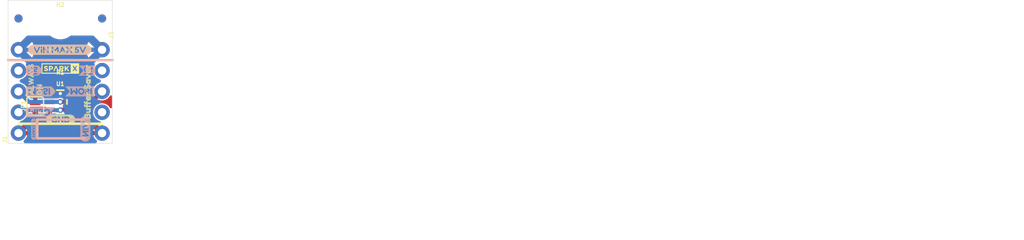
<source format=kicad_pcb>
(kicad_pcb (version 20211014) (generator pcbnew)
  (layers (0 "F.Cu" signal) (31 "B.Cu" signal) (34 "B.Paste" user) (35 "F.Paste" user) (36 "B.SilkS" user "B.Silkscreen") (37 "F.SilkS" user "F.Silkscreen") (38 "B.Mask" user) (39 "F.Mask" user) (44 "Edge.Cuts" user))
  (net 0 "")
  (net 1 "GND")
  (net 2 "5V")
  (net 3 "~{CS}")
  (net 4 "MOSI")
  (net 5 "MISO")
  (footprint "eagleBoard:1X05_NO_SILK" (layer "F.Cu") (at 143.4311 112.4586 90)
    (fp_text reference "J1" (at -1.27 -1.397 90) (layer "F.SilkS") (effects (font (size 0.48768 0.48768) (thickness 0.12192)) (justify left bottom)))
    (fp_text value "")
    (pad "1" thru_hole circle (at 0 0 180) (size 1.8796 1.8796) (drill 1.016) (layers *.Cu *.Mask) (net 1 "GND"))
    (pad "2" thru_hole circle (at 2.54 0 180) (size 1.8796 1.8796) (drill 1.016) (layers *.Cu *.Mask) (net 5 "MISO"))
    (pad "3" thru_hole circle (at 5.08 0 180) (size 1.8796 1.8796) (drill 1.016) (layers *.Cu *.Mask) (net 4 "MOSI"))
    (pad "4" thru_hole circle (at 7.62 0 180) (size 1.8796 1.8796) (drill 1.016) (layers *.Cu *.Mask) (net 3 "~{CS}"))
    (pad "5" thru_hole circle (at 10.16 0 180) (size 1.8796 1.8796) (drill 1.016) (layers *.Cu *.Mask) (net 2 "5V"))
  )
  (footprint "eagleBoard:FIDUCIAL-1X2" (layer "F.Cu") (at 153.5911 98.4886)
    (fp_text reference "FD2" hide)
    (fp_text value "FIDUCIAL1X2" hide)
    (pad "1" smd roundrect (at 0 0) (size 1 1) (layers "F.Cu" "F.Mask") (roundrect_rratio 0.5))
  )
  (footprint "eagleBoard:SOT23-5" (layer "F.Cu") (at 148.5111 108.6486 -90)
    (fp_text reference "U1" (at -1.905 0) (layer "F.SilkS") (effects (font (size 0.48768 0.48768) (thickness 0.12192)) (justify bottom)))
    (fp_text value "SN74AHC1G125")
    (pad "1" smd rect (at -0.95 1.3001 270) (size 0.55 1.2) (layers "F.Cu" "F.Paste" "F.Mask") (net 3 "~{CS}"))
    (pad "2" smd rect (at 0 1.3001 270) (size 0.55 1.2) (layers "F.Cu" "F.Paste" "F.Mask") (net 4 "MOSI"))
    (pad "3" smd rect (at 0.95 1.3001 270) (size 0.55 1.2) (layers "F.Cu" "F.Paste" "F.Mask") (net 1 "GND"))
    (pad "4" smd rect (at 0.95 -1.3001 270) (size 0.55 1.2) (layers "F.Cu" "F.Paste" "F.Mask") (net 5 "MISO"))
    (pad "5" smd rect (at -0.95 -1.3001 270) (size 0.55 1.2) (layers "F.Cu" "F.Paste" "F.Mask") (net 2 "5V"))
  )
  (footprint "eagleBoard:SPARKX-TINY" (layer "F.Cu") (at 148.5111 104.5846)
    (fp_text reference "U$34" hide)
    (fp_text value "SPARKX-LOGO2" hide)
  )
  (footprint "eagleBoard:BUFFER_SAVER7" (layer "F.Cu") (at 151.8131 111.4426 90)
    (fp_text reference "U$4" hide)
    (fp_text value "" hide)
  )
  (footprint "eagleBoard:STAND-OFF" (layer "F.Cu") (at 148.5111 99.1236)
    (fp_text reference "H2" (at 0 -2.032) (layer "F.SilkS") (effects (font (size 0.48768 0.48768) (thickness 0.12192)) (justify bottom)))
    (fp_text value "STAND-OFF")
    (pad "" np_thru_hole circle (at 0 0) (size 3.302 3.302) (drill 3.302) (layers *.Cu *.Mask))
  )
  (footprint "eagleBoard:SMT-JUMPER_2_NO_SILK" (layer "F.Cu") (at 145.4631 109.1566 90)
    (fp_text reference "JP1" (at 0 -1.143 90) (layer "F.SilkS") (effects (font (size 0.48768 0.48768) (thickness 0.12192)) (justify bottom)))
    (fp_text value "JUMPER-SMT_2_NO_SILK")
    (pad "1" smd rect (at -0.4064 0 90) (size 0.635 1.27) (layers "F.Cu" "F.Mask") (net 1 "GND"))
    (pad "2" smd rect (at 0.4064 0 90) (size 0.635 1.27) (layers "F.Cu" "F.Mask") (net 3 "~{CS}"))
  )
  (footprint "eagleBoard:VIN_MAX_5V11" (layer "F.Cu") (at 144.5741 102.2986)
    (fp_text reference "U$14" hide)
    (fp_text value "" hide)
  )
  (footprint "eagleBoard:FIDUCIAL-1X2" (layer "F.Cu") (at 143.4311 98.4886)
    (fp_text reference "FD1" hide)
    (fp_text value "FIDUCIAL1X2" hide)
    (pad "1" smd roundrect (at 0 0) (size 1 1) (layers "F.Cu" "F.Mask") (roundrect_rratio 0.5))
  )
  (footprint "eagleBoard:ON10" (layer "F.Cu") (at 145.9711 108.3946 90)
    (fp_text reference "U$13" hide)
    (fp_text value "" hide)
  )
  (footprint "eagleBoard:CREATIVE_COMMONS" (layer "F.Cu") (at 182.8011 125.1586)
    (fp_text reference "FRAME1" hide)
    (fp_text value "FRAME-LETTER" hide)
  )
  (footprint "eagleBoard:ALWAYS9" (layer "F.Cu") (at 144.9551 108.3946 90)
    (fp_text reference "U$11" hide)
    (fp_text value "" hide)
  )
  (footprint "eagleBoard:0603" (layer "F.Cu") (at 148.5111 106.1086)
    (fp_text reference "R1" (at 0 -0.762) (layer "F.SilkS") (effects (font (size 0.48768 0.48768) (thickness 0.12192)) (justify bottom)))
    (fp_text value "10k")
    (pad "1" smd rect (at -0.85 0) (size 1.1 1) (layers "F.Cu" "F.Paste" "F.Mask") (net 3 "~{CS}"))
    (pad "2" smd rect (at 0.85 0) (size 1.1 1) (layers "F.Cu" "F.Paste" "F.Mask") (net 2 "5V"))
  )
  (footprint "eagleBoard:1X05_NO_SILK" (layer "F.Cu") (at 153.5911 102.2986 -90)
    (fp_text reference "J2" (at -1.27 -1.397 -90) (layer "F.SilkS") (effects (font (size 0.48768 0.48768) (thickness 0.12192)) (justify left bottom)))
    (fp_text value "")
    (pad "1" thru_hole circle (at 0 0) (size 1.8796 1.8796) (drill 1.016) (layers *.Cu *.Mask) (net 2 "5V"))
    (pad "2" thru_hole circle (at 2.54 0) (size 1.8796 1.8796) (drill 1.016) (layers *.Cu *.Mask) (net 3 "~{CS}"))
    (pad "3" thru_hole circle (at 5.08 0) (size 1.8796 1.8796) (drill 1.016) (layers *.Cu *.Mask) (net 4 "MOSI"))
    (pad "4" thru_hole circle (at 7.62 0) (size 1.8796 1.8796) (drill 1.016) (layers *.Cu *.Mask))
    (pad "5" thru_hole circle (at 10.16 0) (size 1.8796 1.8796) (drill 1.016) (layers *.Cu *.Mask) (net 1 "GND"))
  )
  (footprint "eagleBoard:GND5" (layer "F.Cu") (at 146.7331 110.8076)
    (fp_text reference "U$5" hide)
    (fp_text value "" hide)
  )
  (footprint "eagleBoard:VIN_MAX_5V11" (layer "B.Cu") (at 152.3211 102.2986 180)
    (fp_text reference "U$3" hide)
    (fp_text value "" hide)
  )
  (footprint "eagleBoard:VIN6" (layer "B.Cu") (at 151.5591 110.2996 -90)
    (fp_text reference "U$12" hide)
    (fp_text value "" hide)
  )
  (footprint "eagleBoard:MAX5V8" (layer "B.Cu") (at 145.2853 113.2968 90)
    (fp_text reference "U$7" hide)
    (fp_text value "" hide)
  )
  (footprint "eagleBoard:FIDUCIAL-1X2" (layer "B.Cu") (at 153.5911 98.4886 180)
    (fp_text reference "FD4" hide)
    (fp_text value "FIDUCIAL1X2" hide)
    (pad "1" smd roundrect (at 0 0 180) (size 1 1) (layers "B.Cu" "B.Mask") (roundrect_rratio 0.5))
  )
  (footprint "eagleBoard:FIDUCIAL-1X2" (layer "B.Cu") (at 143.4311 98.4886 180)
    (fp_text reference "FD3" hide)
    (fp_text value "FIDUCIAL1X2" hide)
    (pad "1" smd roundrect (at 0 0 180) (size 1 1) (layers "B.Cu" "B.Mask") (roundrect_rratio 0.5))
  )
  (footprint "eagleBoard:#CS4" (layer "B.Cu") (at 150.5431 104.8386)
    (fp_text reference "U$2" hide)
    (fp_text value "" hide)
  )
  (footprint "eagleBoard:MISO2" (layer "B.Cu") (at 143.9391 109.9186)
    (fp_text reference "U$6" hide)
    (fp_text value "" hide)
  )
  (footprint "eagleBoard:MOSI1" (layer "B.Cu") (at 149.0191 107.3786)
    (fp_text reference "U$10" hide)
    (fp_text value "" hide)
  )
  (footprint "eagleBoard:#CS3" (layer "B.Cu") (at 143.8121 104.8386)
    (fp_text reference "U$1" hide)
    (fp_text value "" hide)
  )
  (footprint "eagleBoard:MOSI0" (layer "B.Cu") (at 143.9391 107.3786)
    (fp_text reference "U$8" hide)
    (fp_text value "" hide)
  )
  (gr_line (start 145.7171 110.8076) (end 145.7171 113.0936) (layer "B.SilkS") (width 0.3048))
  (gr_line (start 151.3051 110.8076) (end 145.7171 110.8076) (layer "B.SilkS") (width 0.3048))
  (gr_line (start 145.7171 113.0936) (end 151.4321 113.0936) (layer "B.SilkS") (width 0.3048))
  (gr_line (start 142.1611 103.5686) (end 154.8611 103.5686) (layer "B.SilkS") (width 0.3048))
  (gr_line (start 142.1611 103.5686) (end 154.8611 103.5686) (layer "F.SilkS") (width 0.3048))
  (gr_line (start 143.4311 111.3156) (end 153.5911 111.3156) (layer "F.SilkS") (width 0.3048))
  (gr_line (start 154.8411 113.7286) (end 154.8411 96.2786) (layer "Edge.Cuts") (width 0.05))
  (gr_line (start 154.8411 96.2786) (end 142.1611 96.2786) (layer "Edge.Cuts") (width 0.05))
  (gr_line (start 142.1611 96.2786) (end 142.1611 113.7286) (layer "Edge.Cuts") (width 0.05))
  (gr_line (start 142.1611 113.7286) (end 154.8411 113.7286) (layer "Edge.Cuts") (width 0.05))
  (segment (start 145.5291 109.5986) (end 145.4631 109.6646) (width 0.508) (layer "F.Cu") (net 1))
  (segment (start 145.4987 109.5986) (end 145.4631 109.563) (width 0.508) (layer "F.Cu") (net 1))
  (segment (start 145.4631 109.6646) (end 145.4631 112.4586) (width 0.508) (layer "F.Cu") (net 1))
  (segment (start 153.5911 112.4586) (end 145.4631 112.4586) (width 0.508) (layer "F.Cu") (net 1))
  (segment (start 145.4631 112.4586) (end 143.4311 112.4586) (width 0.508) (layer "F.Cu") (net 1))
  (segment (start 147.211 109.5986) (end 145.4987 109.5986) (width 0.508) (layer "F.Cu") (net 1))
  (segment (start 145.4631 109.563) (end 145.4631 109.6646) (width 0.508) (layer "F.Cu") (net 1))
  (segment (start 148.5771 107.6986) (end 148.5111 107.6326) (width 0.508) (layer "F.Cu") (net 2))
  (segment (start 150.6701 106.1086) (end 149.3611 106.1086) (width 0.508) (layer "F.Cu") (net 2))
  (segment (start 151.0511 107.3786) (end 151.0511 106.4896) (width 0.508) (layer "F.Cu") (net 2))
  (segment (start 151.0511 106.4896) (end 150.6701 106.1086) (width 0.508) (layer "F.Cu") (net 2))
  (segment (start 150.7311 107.6986) (end 151.0511 107.3786) (width 0.508) (layer "F.Cu") (net 2))
  (segment (start 149.8112 107.6986) (end 150.7311 107.6986) (width 0.508) (layer "F.Cu") (net 2))
  (via (at 148.5111 107.6326) (size 0.6858) (drill 0.381) (layers "F.Cu" "B.Cu") (net 2))
  (segment (start 153.5911 102.2986) (end 148.5111 102.2986) (width 0.508) (layer "B.Cu") (net 2))
  (segment (start 152.3211 102.2986) (end 153.5911 102.2986) (width 0.508) (layer "B.Cu") (net 2))
  (segment (start 148.5111 102.2986) (end 143.4311 102.2986) (width 0.508) (layer "B.Cu") (net 2))
  (segment (start 148.5111 107.6326) (end 148.5111 102.2986) (width 0.508) (layer "B.Cu") (net 2))
  (segment (start 145.5241 107.6986) (end 145.4631 107.7596) (width 0.508) (layer "F.Cu") (net 3))
  (segment (start 143.4311 104.8386) (end 145.4631 104.8386) (width 0.508) (layer "F.Cu") (net 3))
  (segment (start 147.6611 106.1086) (end 145.4631 106.1086) (width 0.508) (layer "F.Cu") (net 3))
  (segment (start 147.211 107.6986) (end 145.5241 107.6986) (width 0.508) (layer "F.Cu") (net 3))
  (segment (start 145.4631 106.1086) (end 145.4631 104.8386) (width 0.508) (layer "F.Cu") (net 3))
  (segment (start 145.4631 104.8386) (end 153.5911 104.8386) (width 0.508) (layer "F.Cu") (net 3))
  (segment (start 145.4631 108.7502) (end 145.4631 107.7596) (width 0.508) (layer "F.Cu") (net 3))
  (segment (start 145.4631 107.7596) (end 145.4631 106.1086) (width 0.508) (layer "F.Cu") (net 3))
  (segment (start 152.3211 108.6486) (end 148.5111 108.6486) (width 0.508) (layer "F.Cu") (net 4))
  (segment (start 153.5911 107.3786) (end 152.3211 108.6486) (width 0.508) (layer "F.Cu") (net 4))
  (via (at 148.5111 108.6486) (size 0.6858) (drill 0.381) (layers "F.Cu" "B.Cu") (net 4))
  (segment (start 144.7011 108.6486) (end 143.4311 107.3786) (width 0.508) (layer "B.Cu") (net 4))
  (segment (start 148.5111 108.6486) (end 144.7011 108.6486) (width 0.508) (layer "B.Cu") (net 4))
  (segment (start 148.5771 109.5986) (end 148.5111 109.6646) (width 0.508) (layer "F.Cu") (net 5))
  (segment (start 149.8112 109.5986) (end 148.5771 109.5986) (width 0.508) (layer "F.Cu") (net 5))
  (via (at 148.5111 109.6646) (size 0.6858) (drill 0.381) (layers "F.Cu" "B.Cu") (net 5))
  (segment (start 148.5111 109.6646) (end 143.6851 109.6646) (width 0.508) (layer "B.Cu") (net 5))
  (segment (start 143.6851 109.6646) (end 143.4311 109.9186) (width 0.508) (layer "B.Cu") (net 5))
  (zone (net 1) (net_name "GND") (layer "F.Cu") (priority 6) (connect_pads (clearance 0.000001)) (min_thickness 0.3048) (fill yes (thermal_gap 0.6596) (thermal_bridge_width 0.6596))
    (polygon (pts (xy 155.1659 114.0334) (xy 141.8563 114.0334) (xy 141.8563 100.7238) (xy 155.1659 100.7238)))
  )
  (zone (net 2) (net_name "5V") (layer "B.Cu") (priority 6) (connect_pads (clearance 0.000001)) (min_thickness 0.4572) (fill yes (thermal_gap 0.9644) (thermal_bridge_width 0.9644))
    (polygon (pts (xy 155.3183 114.1858) (xy 141.7039 114.1858) (xy 141.7039 100.5714) (xy 155.3183 100.5714)))
  )
)
</source>
